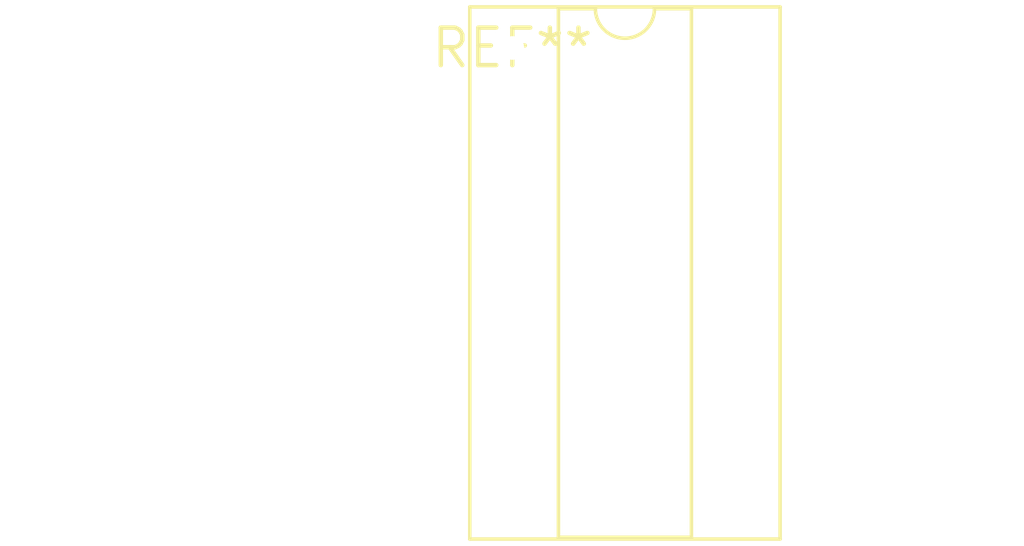
<source format=kicad_pcb>
(kicad_pcb (version 20240108) (generator pcbnew)
  (layers (0 "F.Cu" signal) (31 "B.Cu" signal) (34 "B.Paste" user) (35 "F.Paste" user) (36 "B.SilkS" user "B.Silkscreen") (37 "F.SilkS" user "F.Silkscreen") (38 "B.Mask" user) (39 "F.Mask" user) (44 "Edge.Cuts" user))
  (net 0 "")
  (footprint "DIP-14_W7.62mm_Socket_LongPads" (layer "F.Cu") (at 0 0)
    (property "Reference" "REF**")
    (property "Value" "DIP-14_W7.62mm_Socket_LongPads")
    (fp_line (start -1.44 -1.39) (end -1.44 16.63) (layer "F.SilkS") (stroke (width 0.12)))
    (fp_line (start -1.44 16.63) (end 9.06 16.63) (layer "F.SilkS") (stroke (width 0.12)))
    (fp_line (start 1.56 -1.33) (end 1.56 16.57) (layer "F.SilkS") (stroke (width 0.12)))
    (fp_line (start 1.56 16.57) (end 6.06 16.57) (layer "F.SilkS") (stroke (width 0.12)))
    (fp_line (start 2.81 -1.33) (end 1.56 -1.33) (layer "F.SilkS") (stroke (width 0.12)))
    (fp_line (start 6.06 -1.33) (end 4.81 -1.33) (layer "F.SilkS") (stroke (width 0.12)))
    (fp_line (start 6.06 16.57) (end 6.06 -1.33) (layer "F.SilkS") (stroke (width 0.12)))
    (fp_line (start 9.06 -1.39) (end -1.44 -1.39) (layer "F.SilkS") (stroke (width 0.12)))
    (fp_line (start 9.06 16.63) (end 9.06 -1.39) (layer "F.SilkS") (stroke (width 0.12)))
    (fp_arc (start 4.81 -1.33) (mid 3.81 -0.33) (end 2.81 -1.33) (layer "F.SilkS") (stroke (width 0.12)))
    (pad "1" thru_hole rect (at 0 0) (size 2.4 1.6) (drill 0.8) (layers *.Cu *.Mask) (remove_unused_layers))
    (pad "2" thru_hole oval (at 0 2.54) (size 2.4 1.6) (drill 0.8) (layers *.Cu *.Mask) (remove_unused_layers))
    (pad "3" thru_hole oval (at 0 5.08) (size 2.4 1.6) (drill 0.8) (layers *.Cu *.Mask) (remove_unused_layers))
    (pad "4" thru_hole oval (at 0 7.62) (size 2.4 1.6) (drill 0.8) (layers *.Cu *.Mask) (remove_unused_layers))
    (pad "5" thru_hole oval (at 0 10.16) (size 2.4 1.6) (drill 0.8) (layers *.Cu *.Mask) (remove_unused_layers))
    (pad "6" thru_hole oval (at 0 12.7) (size 2.4 1.6) (drill 0.8) (layers *.Cu *.Mask) (remove_unused_layers))
    (pad "7" thru_hole oval (at 0 15.24) (size 2.4 1.6) (drill 0.8) (layers *.Cu *.Mask) (remove_unused_layers))
    (pad "8" thru_hole oval (at 7.62 15.24) (size 2.4 1.6) (drill 0.8) (layers *.Cu *.Mask) (remove_unused_layers))
    (pad "9" thru_hole oval (at 7.62 12.7) (size 2.4 1.6) (drill 0.8) (layers *.Cu *.Mask) (remove_unused_layers))
    (pad "10" thru_hole oval (at 7.62 10.16) (size 2.4 1.6) (drill 0.8) (layers *.Cu *.Mask) (remove_unused_layers))
    (pad "11" thru_hole oval (at 7.62 7.62) (size 2.4 1.6) (drill 0.8) (layers *.Cu *.Mask) (remove_unused_layers))
    (pad "12" thru_hole oval (at 7.62 5.08) (size 2.4 1.6) (drill 0.8) (layers *.Cu *.Mask) (remove_unused_layers))
    (pad "13" thru_hole oval (at 7.62 2.54) (size 2.4 1.6) (drill 0.8) (layers *.Cu *.Mask) (remove_unused_layers))
    (pad "14" thru_hole oval (at 7.62 0) (size 2.4 1.6) (drill 0.8) (layers *.Cu *.Mask) (remove_unused_layers))
  )
)
</source>
